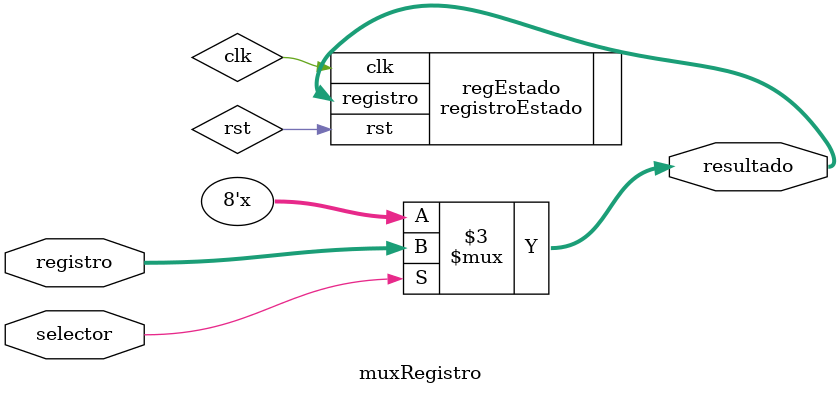
<source format=sv>
module muxRegistro (
  input [7:0] registro,
  input selector,
  output reg [7:0] resultado
);
  reg clk, rst;

  always_comb begin
    if (selector)
      resultado = registro;
    else
      resultado = 8'bx;
  end

  registroEstado regEstado (.clk(clk), .rst(rst), .registro(resultado));

endmodule

</source>
